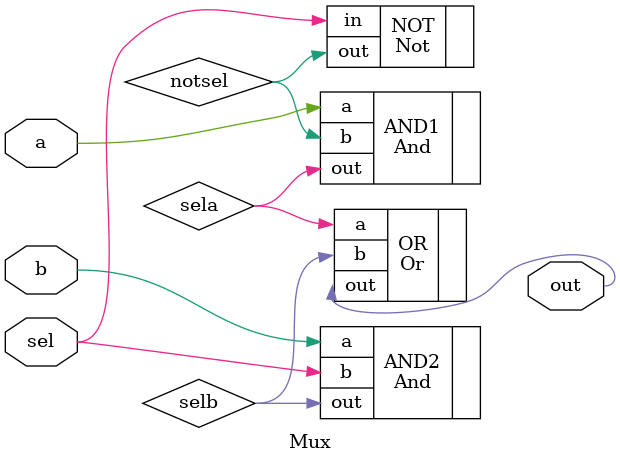
<source format=v>
/** 
 * Multiplexor:
 * out = a if sel == 0
 *       b otherwise
 */

`default_nettype none
module Mux(
	input a,
	input b,
	input sel,
	output out
);
  wire notsel;
  Not NOT(.in(sel), .out(notsel));

  wire sela;
  And AND1(.a(a), .b(notsel), .out(sela));
  
  wire selb;
  And AND2(.a(b), .b(sel), .out(selb));

  Or OR(.a(sela), .b(selb), .out(out));

endmodule

</source>
